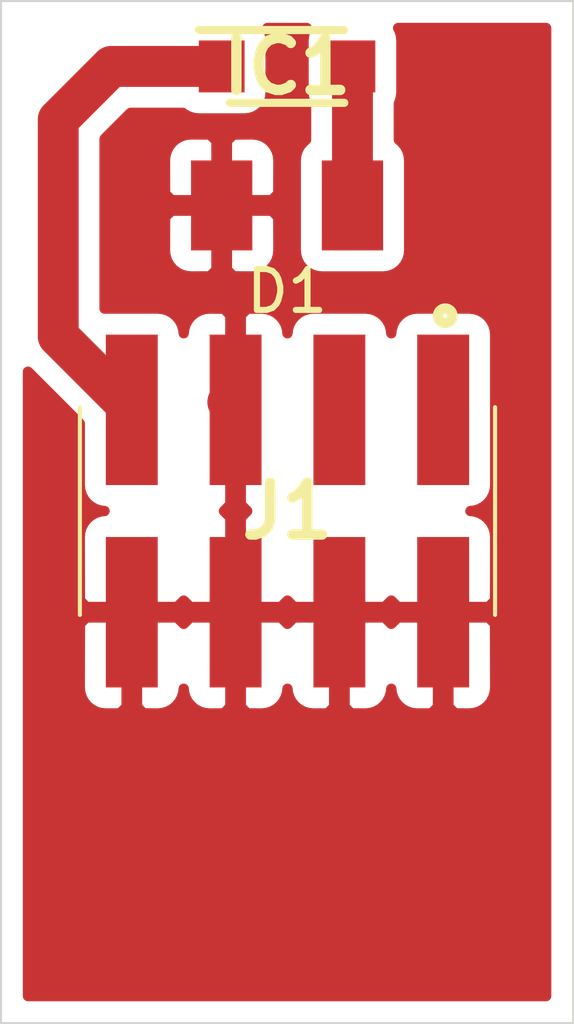
<source format=kicad_pcb>
(kicad_pcb (version 20171130) (host pcbnew "(5.1.6)-1")

  (general
    (thickness 1.6)
    (drawings 27)
    (tracks 7)
    (zones 0)
    (modules 3)
    (nets 4)
  )

  (page A4)
  (layers
    (0 F.Cu signal)
    (31 B.Cu signal hide)
    (32 B.Adhes user hide)
    (33 F.Adhes user hide)
    (34 B.Paste user hide)
    (35 F.Paste user hide)
    (36 B.SilkS user hide)
    (37 F.SilkS user hide)
    (38 B.Mask user hide)
    (39 F.Mask user hide)
    (40 Dwgs.User user hide)
    (41 Cmts.User user hide)
    (42 Eco1.User user hide)
    (43 Eco2.User user hide)
    (44 Edge.Cuts user)
    (45 Margin user hide)
    (46 B.CrtYd user hide)
    (47 F.CrtYd user hide)
    (48 B.Fab user hide)
    (49 F.Fab user hide)
  )

  (setup
    (last_trace_width 1)
    (user_trace_width 0.6)
    (user_trace_width 1)
    (trace_clearance 0.2)
    (zone_clearance 0.508)
    (zone_45_only no)
    (trace_min 0.2)
    (via_size 0.8)
    (via_drill 0.4)
    (via_min_size 0.4)
    (via_min_drill 0.3)
    (uvia_size 0.3)
    (uvia_drill 0.1)
    (uvias_allowed no)
    (uvia_min_size 0.2)
    (uvia_min_drill 0.1)
    (edge_width 0.05)
    (segment_width 0.2)
    (pcb_text_width 0.3)
    (pcb_text_size 1.5 1.5)
    (mod_edge_width 0.12)
    (mod_text_size 1 1)
    (mod_text_width 0.15)
    (pad_size 1.524 1.524)
    (pad_drill 0.762)
    (pad_to_mask_clearance 0.05)
    (aux_axis_origin 0 0)
    (visible_elements 7FFFFFFF)
    (pcbplotparams
      (layerselection 0x00000_7fffffff)
      (usegerberextensions false)
      (usegerberattributes true)
      (usegerberadvancedattributes true)
      (creategerberjobfile true)
      (excludeedgelayer false)
      (linewidth 0.100000)
      (plotframeref false)
      (viasonmask false)
      (mode 1)
      (useauxorigin false)
      (hpglpennumber 1)
      (hpglpenspeed 20)
      (hpglpendiameter 15.000000)
      (psnegative true)
      (psa4output false)
      (plotreference false)
      (plotvalue false)
      (plotinvisibletext false)
      (padsonsilk false)
      (subtractmaskfromsilk false)
      (outputformat 4)
      (mirror false)
      (drillshape 0)
      (scaleselection 1)
      (outputdirectory ""))
  )

  (net 0 "")
  (net 1 GND)
  (net 2 "Net-(D1-Pad2)")
  (net 3 +3V3)

  (net_class Default "This is the default net class."
    (clearance 0.2)
    (trace_width 0.25)
    (via_dia 0.8)
    (via_drill 0.4)
    (uvia_dia 0.3)
    (uvia_drill 0.1)
    (add_net +3V3)
    (add_net GND)
    (add_net "Net-(D1-Pad2)")
    (add_net SCL)
    (add_net SDA)
  )

  (module SamacSys_Parts:TSM-104-YY-ZZZ-DV-P-TR (layer F.Cu) (tedit 5F3F11ED) (tstamp 5F486453)
    (at 145.01 87.475)
    (descr TSM-104-YY-ZZZ-DV-P-TR)
    (tags Connector)
    (path /5F3F1E47)
    (attr smd)
    (fp_text reference J1 (at 0 0) (layer F.SilkS)
      (effects (font (size 1.27 1.27) (thickness 0.254)))
    )
    (fp_text value TSM-104-02-S-DV-P-TR (at 0 0) (layer F.SilkS) hide
      (effects (font (size 1.27 1.27) (thickness 0.254)))
    )
    (fp_circle (center 3.86 -4.775) (end 3.81 -4.775) (layer F.SilkS) (width 0.254))
    (fp_line (start -6.28 5.315) (end -6.28 -5.875) (layer Dwgs.User) (width 0.05))
    (fp_line (start 6.28 5.315) (end -6.28 5.315) (layer Dwgs.User) (width 0.05))
    (fp_line (start 6.28 -5.875) (end 6.28 5.315) (layer Dwgs.User) (width 0.05))
    (fp_line (start -6.28 -5.875) (end 6.28 -5.875) (layer Dwgs.User) (width 0.05))
    (fp_line (start -5.08 2.54) (end -5.08 -2.54) (layer F.SilkS) (width 0.1))
    (fp_line (start 5.08 -2.54) (end 5.08 2.54) (layer F.SilkS) (width 0.1))
    (fp_line (start -5.08 2.54) (end -5.08 -2.54) (layer Dwgs.User) (width 0.2))
    (fp_line (start 5.08 2.54) (end -5.08 2.54) (layer Dwgs.User) (width 0.2))
    (fp_line (start 5.08 -2.54) (end 5.08 2.54) (layer Dwgs.User) (width 0.2))
    (fp_line (start -5.08 -2.54) (end 5.08 -2.54) (layer Dwgs.User) (width 0.2))
    (pad 8 smd rect (at -3.81 2.475) (size 1.27 3.68) (layers F.Cu F.Paste F.Mask)
      (net 1 GND))
    (pad 7 smd rect (at -3.81 -2.475) (size 1.27 3.68) (layers F.Cu F.Paste F.Mask)
      (net 3 +3V3))
    (pad 6 smd rect (at -1.27 2.475) (size 1.27 3.68) (layers F.Cu F.Paste F.Mask)
      (net 1 GND))
    (pad 5 smd rect (at -1.27 -2.475) (size 1.27 3.68) (layers F.Cu F.Paste F.Mask)
      (net 1 GND))
    (pad 4 smd rect (at 1.27 2.475) (size 1.27 3.68) (layers F.Cu F.Paste F.Mask)
      (net 1 GND))
    (pad 3 smd rect (at 1.27 -2.475) (size 1.27 3.68) (layers F.Cu F.Paste F.Mask))
    (pad 2 smd rect (at 3.81 2.475) (size 1.27 3.68) (layers F.Cu F.Paste F.Mask)
      (net 1 GND))
    (pad 1 smd rect (at 3.81 -2.475) (size 1.27 3.68) (layers F.Cu F.Paste F.Mask))
  )

  (module SamacSys_Parts:SODFL3718X100N (layer F.Cu) (tedit 5F3F029A) (tstamp 5F48E63B)
    (at 145 76.6)
    (descr AL5809-20P1-7-)
    (tags "Integrated Circuit")
    (path /5F48821C)
    (attr smd)
    (fp_text reference IC1 (at 0 0) (layer F.SilkS)
      (effects (font (size 1.27 1.27) (thickness 0.254)))
    )
    (fp_text value AL5809-20P1-7 (at 0 0) (layer F.SilkS) hide
      (effects (font (size 1.27 1.27) (thickness 0.254)))
    )
    (fp_line (start -1.4 0.89) (end 1.4 0.89) (layer F.SilkS) (width 0.2))
    (fp_line (start -2.16 -0.89) (end 1.4 -0.89) (layer F.SilkS) (width 0.2))
    (fp_line (start -1.4 -0.33) (end -0.84 -0.89) (layer Dwgs.User) (width 0.1))
    (fp_line (start -1.4 0.89) (end -1.4 -0.89) (layer Dwgs.User) (width 0.1))
    (fp_line (start 1.4 0.89) (end -1.4 0.89) (layer Dwgs.User) (width 0.1))
    (fp_line (start 1.4 -0.89) (end 1.4 0.89) (layer Dwgs.User) (width 0.1))
    (fp_line (start -1.4 -0.89) (end 1.4 -0.89) (layer Dwgs.User) (width 0.1))
    (fp_line (start -2.31 1.115) (end -2.31 -1.115) (layer Dwgs.User) (width 0.05))
    (fp_line (start 2.31 1.115) (end -2.31 1.115) (layer Dwgs.User) (width 0.05))
    (fp_line (start 2.31 -1.115) (end 2.31 1.115) (layer Dwgs.User) (width 0.05))
    (fp_line (start -2.31 -1.115) (end 2.31 -1.115) (layer Dwgs.User) (width 0.05))
    (pad 2 smd rect (at 1.6 0) (size 1.12 1.27) (layers F.Cu F.Paste F.Mask)
      (net 2 "Net-(D1-Pad2)"))
    (pad 1 smd rect (at -1.6 0) (size 1.12 1.27) (layers F.Cu F.Paste F.Mask)
      (net 3 +3V3))
  )

  (module MiniSpec2:APD3224SECK-F01 (layer F.Cu) (tedit 5F488171) (tstamp 5F48E69C)
    (at 145 80)
    (path /5F488D82)
    (fp_text reference D1 (at 0 2.1) (layer F.SilkS)
      (effects (font (size 1 1) (thickness 0.15)))
    )
    (fp_text value LED (at 0 -2.1) (layer F.Fab)
      (effects (font (size 1 1) (thickness 0.15)))
    )
    (pad 2 smd rect (at 1.6 0) (size 1.5 2.2) (layers F.Cu F.Paste F.Mask)
      (net 2 "Net-(D1-Pad2)"))
    (pad 1 smd rect (at -1.6 0) (size 1.5 2.2) (layers F.Cu F.Paste F.Mask)
      (net 1 GND))
  )

  (gr_line (start 201 168) (end 201 73) (layer Eco2.User) (width 0.15) (tstamp 5F486338))
  (gr_line (start 136 168) (end 201 168) (layer Eco2.User) (width 0.15))
  (gr_line (start 136 73) (end 136 168) (layer Eco2.User) (width 0.15))
  (gr_line (start 201 73) (end 136 73) (layer Eco2.User) (width 0.15))
  (gr_line (start 152 75) (end 152 100) (layer Edge.Cuts) (width 0.05) (tstamp 5F3FB9B7))
  (gr_line (start 138 75) (end 152 75) (layer Edge.Cuts) (width 0.05) (tstamp 5F3FB9B1))
  (gr_line (start 138 100) (end 138 75) (layer Edge.Cuts) (width 0.05) (tstamp 5F3FB9BA))
  (gr_line (start 152 100) (end 138 100) (layer Edge.Cuts) (width 0.05) (tstamp 5F3FB9B4))
  (gr_line (start 151 94.5) (end 151 100) (layer Dwgs.User) (width 0.15))
  (gr_line (start 139 94.5) (end 151 94.5) (layer Dwgs.User) (width 0.15))
  (gr_line (start 139 100) (end 139 94.5) (layer Dwgs.User) (width 0.15))
  (gr_line (start 145 100) (end 138 100) (layer Dwgs.User) (width 0.15) (tstamp 5F3F8341))
  (gr_line (start 138 75) (end 138 100) (layer Dwgs.User) (width 0.15) (tstamp 5F3F8340))
  (gr_line (start 152 75) (end 138 75) (layer Dwgs.User) (width 0.15))
  (gr_line (start 152 100) (end 152 75) (layer Dwgs.User) (width 0.15))
  (gr_line (start 145 100) (end 152 100) (layer Dwgs.User) (width 0.15))
  (gr_line (start 145 75) (end 145 100) (layer Dwgs.User) (width 0.15) (tstamp 5F3F983D))
  (gr_line (start 151 80) (end 139 80) (layer Dwgs.User) (width 0.15))
  (gr_line (start 139 78.5) (end 151 78.5) (layer Dwgs.User) (width 0.15) (tstamp 5F3F833F))
  (gr_line (start 139 81.5) (end 139 78.5) (layer Dwgs.User) (width 0.15))
  (gr_line (start 151 81.5) (end 139 81.5) (layer Dwgs.User) (width 0.15))
  (gr_line (start 151 78.5) (end 151 81.5) (layer Dwgs.User) (width 0.15))
  (gr_line (start 151 92) (end 151 83) (layer Dwgs.User) (width 0.15) (tstamp 5F3F833E))
  (gr_line (start 139 92) (end 151 92) (layer Dwgs.User) (width 0.15))
  (gr_line (start 139 83) (end 139 92) (layer Dwgs.User) (width 0.15))
  (gr_line (start 151 83) (end 139 83) (layer Dwgs.User) (width 0.15))
  (gr_line (start 139 100) (end 138 100) (layer Dwgs.User) (width 0.15))

  (segment (start 143.55 84.81) (end 143.74 85) (width 1) (layer F.Cu) (net 1) (tstamp 5F3FB9D5))
  (segment (start 143.6 84.86) (end 143.74 85) (width 1) (layer F.Cu) (net 1) (tstamp 5F3FB9D2))
  (segment (start 146.6 80) (end 146.6 76.6) (width 1) (layer F.Cu) (net 2))
  (segment (start 143.4 76.6) (end 140.7 76.6) (width 1) (layer F.Cu) (net 3))
  (segment (start 140.7 76.6) (end 139.4 77.9) (width 1) (layer F.Cu) (net 3))
  (segment (start 139.4 83.2) (end 141.2 85) (width 1) (layer F.Cu) (net 3))
  (segment (start 139.4 77.9) (end 139.4 83.2) (width 1) (layer F.Cu) (net 3))

  (zone (net 1) (net_name GND) (layer F.Cu) (tstamp 0) (hatch edge 0.508)
    (connect_pads (clearance 0.508))
    (min_thickness 0.254)
    (fill yes (arc_segments 32) (thermal_gap 0.508) (thermal_bridge_width 0.508))
    (polygon
      (pts
        (xy 152 100) (xy 138 100) (xy 138 75) (xy 152 75)
      )
    )
    (filled_polygon
      (pts
        (xy 145.450498 75.72082) (xy 145.414188 75.840518) (xy 145.401928 75.965) (xy 145.401928 77.235) (xy 145.414188 77.359482)
        (xy 145.450498 77.47918) (xy 145.465001 77.506312) (xy 145.465 78.394498) (xy 145.398815 78.448815) (xy 145.319463 78.545506)
        (xy 145.260498 78.65582) (xy 145.224188 78.775518) (xy 145.211928 78.9) (xy 145.211928 81.1) (xy 145.224188 81.224482)
        (xy 145.260498 81.34418) (xy 145.319463 81.454494) (xy 145.398815 81.551185) (xy 145.495506 81.630537) (xy 145.60582 81.689502)
        (xy 145.725518 81.725812) (xy 145.85 81.738072) (xy 147.35 81.738072) (xy 147.474482 81.725812) (xy 147.59418 81.689502)
        (xy 147.704494 81.630537) (xy 147.801185 81.551185) (xy 147.880537 81.454494) (xy 147.939502 81.34418) (xy 147.975812 81.224482)
        (xy 147.988072 81.1) (xy 147.988072 78.9) (xy 147.975812 78.775518) (xy 147.939502 78.65582) (xy 147.880537 78.545506)
        (xy 147.801185 78.448815) (xy 147.735 78.394499) (xy 147.735 77.506311) (xy 147.749502 77.47918) (xy 147.785812 77.359482)
        (xy 147.798072 77.235) (xy 147.798072 75.965) (xy 147.785812 75.840518) (xy 147.749502 75.72082) (xy 147.716993 75.66)
        (xy 151.34 75.66) (xy 151.340001 99.34) (xy 138.66 99.34) (xy 138.66 91.79) (xy 139.926928 91.79)
        (xy 139.939188 91.914482) (xy 139.975498 92.03418) (xy 140.034463 92.144494) (xy 140.113815 92.241185) (xy 140.210506 92.320537)
        (xy 140.32082 92.379502) (xy 140.440518 92.415812) (xy 140.565 92.428072) (xy 140.91425 92.425) (xy 141.073 92.26625)
        (xy 141.073 90.077) (xy 141.327 90.077) (xy 141.327 92.26625) (xy 141.48575 92.425) (xy 141.835 92.428072)
        (xy 141.959482 92.415812) (xy 142.07918 92.379502) (xy 142.189494 92.320537) (xy 142.286185 92.241185) (xy 142.365537 92.144494)
        (xy 142.424502 92.03418) (xy 142.460812 91.914482) (xy 142.47 91.821192) (xy 142.479188 91.914482) (xy 142.515498 92.03418)
        (xy 142.574463 92.144494) (xy 142.653815 92.241185) (xy 142.750506 92.320537) (xy 142.86082 92.379502) (xy 142.980518 92.415812)
        (xy 143.105 92.428072) (xy 143.45425 92.425) (xy 143.613 92.26625) (xy 143.613 90.077) (xy 143.867 90.077)
        (xy 143.867 92.26625) (xy 144.02575 92.425) (xy 144.375 92.428072) (xy 144.499482 92.415812) (xy 144.61918 92.379502)
        (xy 144.729494 92.320537) (xy 144.826185 92.241185) (xy 144.905537 92.144494) (xy 144.964502 92.03418) (xy 145.000812 91.914482)
        (xy 145.01 91.821192) (xy 145.019188 91.914482) (xy 145.055498 92.03418) (xy 145.114463 92.144494) (xy 145.193815 92.241185)
        (xy 145.290506 92.320537) (xy 145.40082 92.379502) (xy 145.520518 92.415812) (xy 145.645 92.428072) (xy 145.99425 92.425)
        (xy 146.153 92.26625) (xy 146.153 90.077) (xy 146.407 90.077) (xy 146.407 92.26625) (xy 146.56575 92.425)
        (xy 146.915 92.428072) (xy 147.039482 92.415812) (xy 147.15918 92.379502) (xy 147.269494 92.320537) (xy 147.366185 92.241185)
        (xy 147.445537 92.144494) (xy 147.504502 92.03418) (xy 147.540812 91.914482) (xy 147.55 91.821192) (xy 147.559188 91.914482)
        (xy 147.595498 92.03418) (xy 147.654463 92.144494) (xy 147.733815 92.241185) (xy 147.830506 92.320537) (xy 147.94082 92.379502)
        (xy 148.060518 92.415812) (xy 148.185 92.428072) (xy 148.53425 92.425) (xy 148.693 92.26625) (xy 148.693 90.077)
        (xy 148.947 90.077) (xy 148.947 92.26625) (xy 149.10575 92.425) (xy 149.455 92.428072) (xy 149.579482 92.415812)
        (xy 149.69918 92.379502) (xy 149.809494 92.320537) (xy 149.906185 92.241185) (xy 149.985537 92.144494) (xy 150.044502 92.03418)
        (xy 150.080812 91.914482) (xy 150.093072 91.79) (xy 150.09 90.23575) (xy 149.93125 90.077) (xy 148.947 90.077)
        (xy 148.693 90.077) (xy 147.70875 90.077) (xy 147.55 90.23575) (xy 147.39125 90.077) (xy 146.407 90.077)
        (xy 146.153 90.077) (xy 145.16875 90.077) (xy 145.01 90.23575) (xy 144.85125 90.077) (xy 143.867 90.077)
        (xy 143.613 90.077) (xy 142.62875 90.077) (xy 142.47 90.23575) (xy 142.31125 90.077) (xy 141.327 90.077)
        (xy 141.073 90.077) (xy 140.08875 90.077) (xy 139.93 90.23575) (xy 139.926928 91.79) (xy 138.66 91.79)
        (xy 138.66 84.065131) (xy 139.926928 85.33206) (xy 139.926928 86.84) (xy 139.939188 86.964482) (xy 139.975498 87.08418)
        (xy 140.034463 87.194494) (xy 140.113815 87.291185) (xy 140.210506 87.370537) (xy 140.32082 87.429502) (xy 140.440518 87.465812)
        (xy 140.533808 87.475) (xy 140.440518 87.484188) (xy 140.32082 87.520498) (xy 140.210506 87.579463) (xy 140.113815 87.658815)
        (xy 140.034463 87.755506) (xy 139.975498 87.86582) (xy 139.939188 87.985518) (xy 139.926928 88.11) (xy 139.93 89.66425)
        (xy 140.08875 89.823) (xy 141.073 89.823) (xy 141.073 89.803) (xy 141.327 89.803) (xy 141.327 89.823)
        (xy 142.31125 89.823) (xy 142.47 89.66425) (xy 142.62875 89.823) (xy 143.613 89.823) (xy 143.613 87.63375)
        (xy 143.45425 87.475) (xy 143.613 87.31625) (xy 143.613 85.127) (xy 143.593 85.127) (xy 143.593 84.873)
        (xy 143.613 84.873) (xy 143.613 82.68375) (xy 143.867 82.68375) (xy 143.867 84.873) (xy 143.887 84.873)
        (xy 143.887 85.127) (xy 143.867 85.127) (xy 143.867 87.31625) (xy 144.02575 87.475) (xy 143.867 87.63375)
        (xy 143.867 89.823) (xy 144.85125 89.823) (xy 145.01 89.66425) (xy 145.16875 89.823) (xy 146.153 89.823)
        (xy 146.153 89.803) (xy 146.407 89.803) (xy 146.407 89.823) (xy 147.39125 89.823) (xy 147.55 89.66425)
        (xy 147.70875 89.823) (xy 148.693 89.823) (xy 148.693 89.803) (xy 148.947 89.803) (xy 148.947 89.823)
        (xy 149.93125 89.823) (xy 150.09 89.66425) (xy 150.093072 88.11) (xy 150.080812 87.985518) (xy 150.044502 87.86582)
        (xy 149.985537 87.755506) (xy 149.906185 87.658815) (xy 149.809494 87.579463) (xy 149.69918 87.520498) (xy 149.579482 87.484188)
        (xy 149.486192 87.475) (xy 149.579482 87.465812) (xy 149.69918 87.429502) (xy 149.809494 87.370537) (xy 149.906185 87.291185)
        (xy 149.985537 87.194494) (xy 150.044502 87.08418) (xy 150.080812 86.964482) (xy 150.093072 86.84) (xy 150.093072 83.16)
        (xy 150.080812 83.035518) (xy 150.044502 82.91582) (xy 149.985537 82.805506) (xy 149.906185 82.708815) (xy 149.809494 82.629463)
        (xy 149.69918 82.570498) (xy 149.579482 82.534188) (xy 149.455 82.521928) (xy 148.185 82.521928) (xy 148.060518 82.534188)
        (xy 147.94082 82.570498) (xy 147.830506 82.629463) (xy 147.733815 82.708815) (xy 147.654463 82.805506) (xy 147.595498 82.91582)
        (xy 147.559188 83.035518) (xy 147.55 83.128808) (xy 147.540812 83.035518) (xy 147.504502 82.91582) (xy 147.445537 82.805506)
        (xy 147.366185 82.708815) (xy 147.269494 82.629463) (xy 147.15918 82.570498) (xy 147.039482 82.534188) (xy 146.915 82.521928)
        (xy 145.645 82.521928) (xy 145.520518 82.534188) (xy 145.40082 82.570498) (xy 145.290506 82.629463) (xy 145.193815 82.708815)
        (xy 145.114463 82.805506) (xy 145.055498 82.91582) (xy 145.019188 83.035518) (xy 145.01 83.128808) (xy 145.000812 83.035518)
        (xy 144.964502 82.91582) (xy 144.905537 82.805506) (xy 144.826185 82.708815) (xy 144.729494 82.629463) (xy 144.61918 82.570498)
        (xy 144.499482 82.534188) (xy 144.375 82.521928) (xy 144.02575 82.525) (xy 143.867 82.68375) (xy 143.613 82.68375)
        (xy 143.45425 82.525) (xy 143.105 82.521928) (xy 142.980518 82.534188) (xy 142.86082 82.570498) (xy 142.750506 82.629463)
        (xy 142.653815 82.708815) (xy 142.574463 82.805506) (xy 142.515498 82.91582) (xy 142.479188 83.035518) (xy 142.47 83.128808)
        (xy 142.460812 83.035518) (xy 142.424502 82.91582) (xy 142.365537 82.805506) (xy 142.286185 82.708815) (xy 142.189494 82.629463)
        (xy 142.07918 82.570498) (xy 141.959482 82.534188) (xy 141.835 82.521928) (xy 140.565 82.521928) (xy 140.535 82.524883)
        (xy 140.535 81.1) (xy 142.011928 81.1) (xy 142.024188 81.224482) (xy 142.060498 81.34418) (xy 142.119463 81.454494)
        (xy 142.198815 81.551185) (xy 142.295506 81.630537) (xy 142.40582 81.689502) (xy 142.525518 81.725812) (xy 142.65 81.738072)
        (xy 143.11425 81.735) (xy 143.273 81.57625) (xy 143.273 80.127) (xy 143.527 80.127) (xy 143.527 81.57625)
        (xy 143.68575 81.735) (xy 144.15 81.738072) (xy 144.274482 81.725812) (xy 144.39418 81.689502) (xy 144.504494 81.630537)
        (xy 144.601185 81.551185) (xy 144.680537 81.454494) (xy 144.739502 81.34418) (xy 144.775812 81.224482) (xy 144.788072 81.1)
        (xy 144.785 80.28575) (xy 144.62625 80.127) (xy 143.527 80.127) (xy 143.273 80.127) (xy 142.17375 80.127)
        (xy 142.015 80.28575) (xy 142.011928 81.1) (xy 140.535 81.1) (xy 140.535 78.9) (xy 142.011928 78.9)
        (xy 142.015 79.71425) (xy 142.17375 79.873) (xy 143.273 79.873) (xy 143.273 78.42375) (xy 143.527 78.42375)
        (xy 143.527 79.873) (xy 144.62625 79.873) (xy 144.785 79.71425) (xy 144.788072 78.9) (xy 144.775812 78.775518)
        (xy 144.739502 78.65582) (xy 144.680537 78.545506) (xy 144.601185 78.448815) (xy 144.504494 78.369463) (xy 144.39418 78.310498)
        (xy 144.274482 78.274188) (xy 144.15 78.261928) (xy 143.68575 78.265) (xy 143.527 78.42375) (xy 143.273 78.42375)
        (xy 143.11425 78.265) (xy 142.65 78.261928) (xy 142.525518 78.274188) (xy 142.40582 78.310498) (xy 142.295506 78.369463)
        (xy 142.198815 78.448815) (xy 142.119463 78.545506) (xy 142.060498 78.65582) (xy 142.024188 78.775518) (xy 142.011928 78.9)
        (xy 140.535 78.9) (xy 140.535 78.370132) (xy 141.170132 77.735) (xy 142.448296 77.735) (xy 142.485506 77.765537)
        (xy 142.59582 77.824502) (xy 142.715518 77.860812) (xy 142.84 77.873072) (xy 143.96 77.873072) (xy 144.084482 77.860812)
        (xy 144.20418 77.824502) (xy 144.314494 77.765537) (xy 144.411185 77.686185) (xy 144.490537 77.589494) (xy 144.549502 77.47918)
        (xy 144.585812 77.359482) (xy 144.598072 77.235) (xy 144.598072 75.965) (xy 144.585812 75.840518) (xy 144.549502 75.72082)
        (xy 144.516993 75.66) (xy 145.483007 75.66)
      )
    )
  )
)

</source>
